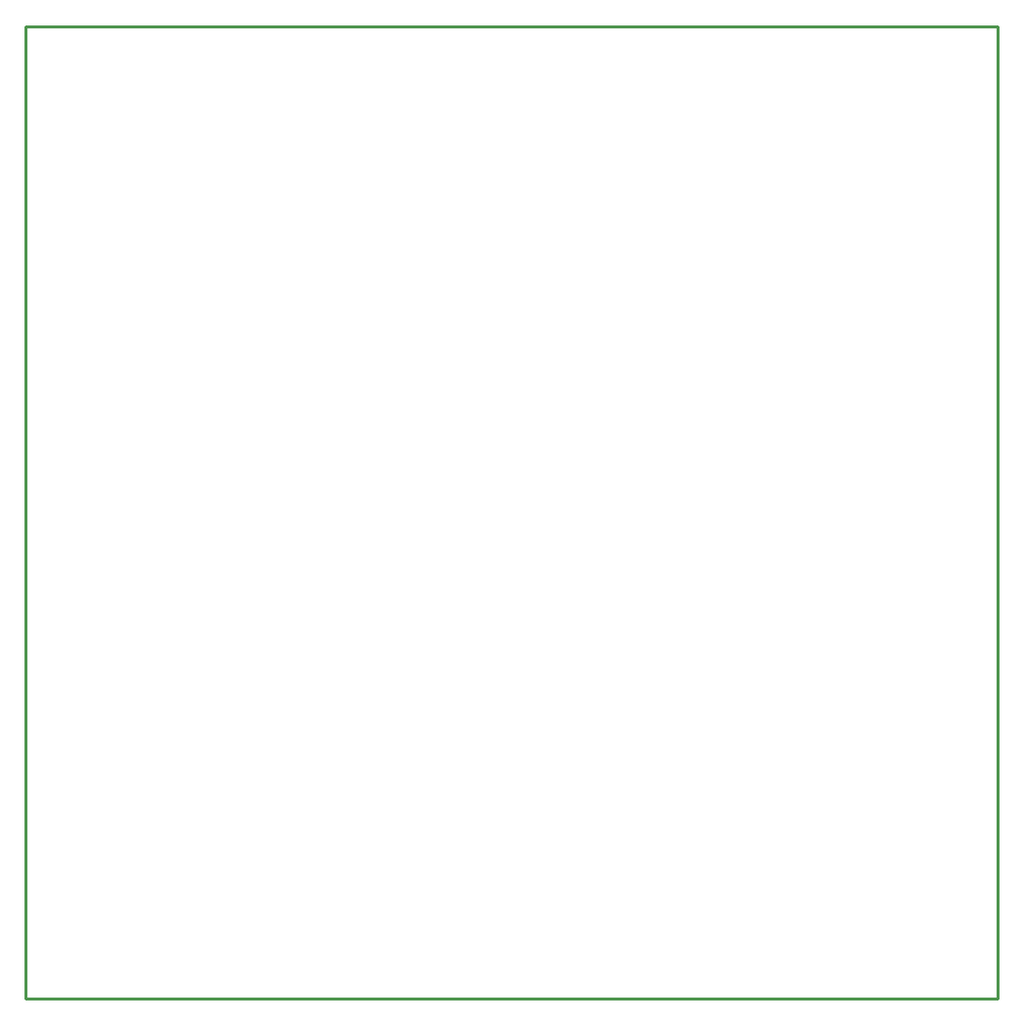
<source format=gko>
G04*
G04 #@! TF.GenerationSoftware,Altium Limited,Altium Designer,19.1.7 (138)*
G04*
G04 Layer_Color=16711935*
%FSLAX25Y25*%
%MOIN*%
G70*
G01*
G75*
%ADD15C,0.01000*%
D15*
X110800Y195200D02*
Y526200D01*
Y195200D02*
X441800D01*
Y526200D01*
X110800D02*
X441800D01*
M02*

</source>
